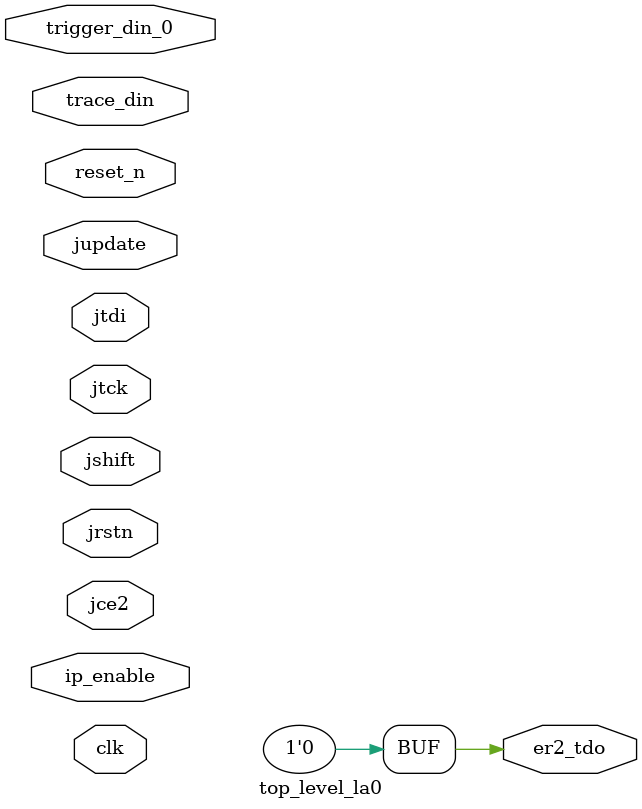
<source format=v>

/* WARNING - Changes to this file should be performed by re-running IPexpress
or modifying the .LPC file and regenerating the core.  Other changes may lead
to inconsistent simulation and/or implemenation results */

module top_level_la0 (
    clk,
    reset_n,
    jtck,
    jrstn,
    jce2,
    jtdi,
    er2_tdo,
    jshift,
    jupdate,
    trigger_din_0,
    trace_din,
    ip_enable
);

// PARAMETERS DEFINED BY USER
localparam NUM_TRACE_SIGNALS   = 27;
localparam NUM_TRIGGER_SIGNALS = 2;
localparam INCLUDE_TRIG_DATA   = 0;
localparam NUM_TU_BITS_0       = 2;

input  clk;
input  reset_n;
input  jtck;
input  jrstn;
input  jce2;
input  jtdi;
output er2_tdo;
input  jshift;
input  jupdate;
input  [NUM_TU_BITS_0 -1:0] trigger_din_0;
input  [NUM_TRACE_SIGNALS + (NUM_TRIGGER_SIGNALS * INCLUDE_TRIG_DATA) -1:0] trace_din;
input  ip_enable;

assign er2_tdo = 1'b0;

endmodule

</source>
